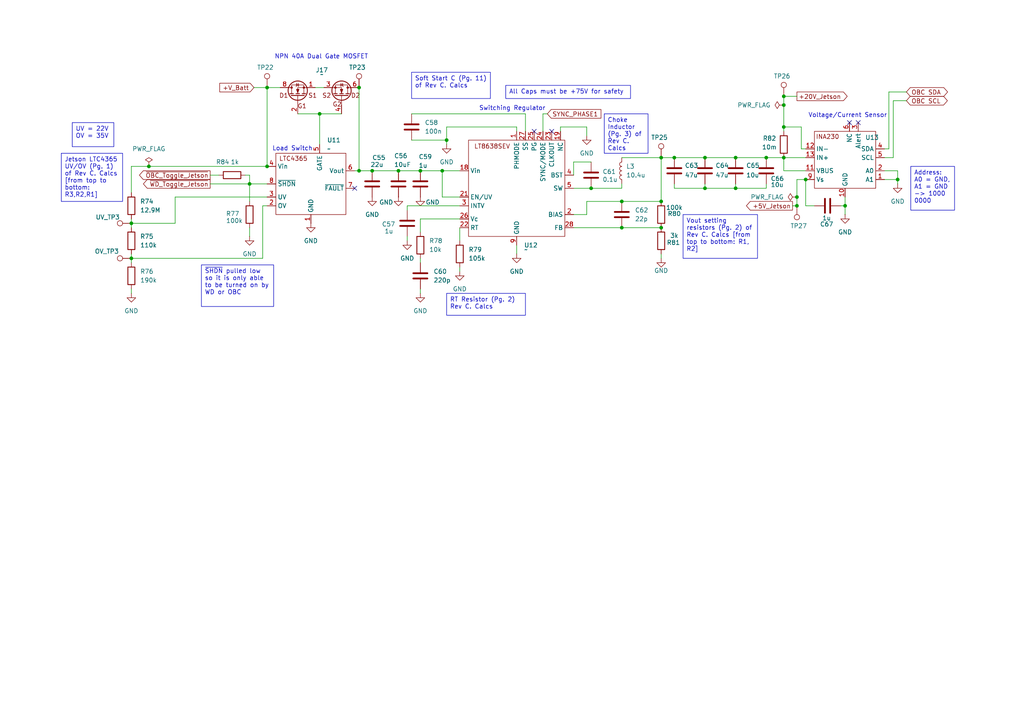
<source format=kicad_sch>
(kicad_sch (version 20250114) (generator "eeschema") (generator_version "9.0")
  (paper "A4")
  (lib_symbols
    (symbol "Connector:TestPoint" (pin_numbers (hide yes)) (pin_names (offset 0.762) (hide yes))
      (property "Reference" "TP" (at 0 6.858 0))
      (property "Value" "TestPoint" (at 0 5.08 0))
      (symbol "TestPoint_0_1"
        (circle (center 0 3.302) (radius 0.762))
      )
      (symbol "TestPoint_1_1"
        (pin passive line (at 0 0 90) (length 2.54) (name "1") (number "1"))
      )
    )
    (symbol "Device:C" (pin_numbers (hide yes)) (pin_names (offset 0.254))
      (property "Reference" "C" (at 0.635 2.54 0))
      (property "Value" "C" (at 0.635 -2.54 0))
      (symbol "C_0_1"
        (polyline (pts (xy -2.032 0.762) (xy 2.032 0.762)) (stroke (width 0.508)))
        (polyline (pts (xy -2.032 -0.762) (xy 2.032 -0.762)) (stroke (width 0.508)))
      )
      (symbol "C_1_1"
        (pin passive line (at 0 3.81 270) (length 2.794) (name "~") (number "1"))
        (pin passive line (at 0 -3.81 90) (length 2.794) (name "~") (number "2"))
      )
    )
    (symbol "Device:L" (pin_numbers (hide yes)) (pin_names (offset 1.016) (hide yes))
      (property "Reference" "L" (at -1.27 0 90))
      (property "Value" "L" (at 1.905 0 90))
      (symbol "L_0_1"
        (arc (start 0 2.54) (mid 0.6323 1.905) (end 0 1.27))
        (arc (start 0 1.27) (mid 0.6323 0.635) (end 0 0))
        (arc (start 0 0) (mid 0.6323 -0.635) (end 0 -1.27))
        (arc (start 0 -1.27) (mid 0.6323 -1.905) (end 0 -2.54))
      )
      (symbol "L_1_1"
        (pin passive line (at 0 3.81 270) (length 1.27) (name "1") (number "1"))
        (pin passive line (at 0 -3.81 90) (length 1.27) (name "2") (number "2"))
      )
    )
    (symbol "Device:R" (pin_numbers (hide yes)) (pin_names (offset 0))
      (property "Reference" "R" (at 2.032 0 90))
      (property "Value" "R" (at 0 0 90))
      (symbol "R_0_1"
        (rectangle (start -1.016 -2.54) (end 1.016 2.54) (stroke (width 0.254)))
      )
      (symbol "R_1_1"
        (pin passive line (at 0 3.81 270) (length 1.27) (name "~") (number "1"))
        (pin passive line (at 0 -3.81 90) (length 1.27) (name "~") (number "2"))
      )
    )
    (symbol "INA230:INA230 [RGT PACKAGE]"
      (property "Reference" "U" (at 7.62 7.62 0))
      (property "Value" "INA230" (at 0 0 0))
      (symbol "INA230 [RGT PACKAGE]_0_1"
        (rectangle (start -8.89 8.89) (end 8.89 -7.62))
      )
      (symbol "INA230 [RGT PACKAGE]_1_1"
        (text "INA230" (at -5.08 7.366 0) (effects (font (size 1.27 1.27))))
        (pin input line (at -11.43 3.81 0) (length 2.54) (name "IN-") (number "12"))
        (pin input line (at -11.43 1.27 0) (length 2.54) (name "IN+") (number "13"))
        (pin input line (at -11.43 -2.54 0) (length 2.54) (name "VBUS") (number "11"))
        (pin power_in line (at -11.43 -5.08 0) (length 2.54) (name "Vs") (number "9"))
        (pin power_in line (at 0 -10.16 90) (length 2.54) (name "GND") (number "10"))
        (pin passive line (at 1.27 11.43 270) (length 2.54) (name "NC") (number "6"))
        (pin output line (at 3.81 11.43 270) (length 2.54) (name "Alert") (number "3"))
        (pin bidirectional line (at 11.43 3.81 180) (length 2.54) (name "SDA") (number "4"))
        (pin bidirectional line (at 11.43 1.27 180) (length 2.54) (name "SCL") (number "5"))
        (pin input line (at 11.43 -2.54 180) (length 2.54) (name "A0") (number "2"))
        (pin input line (at 11.43 -5.08 180) (length 2.54) (name "A1") (number "1"))
      )
    )
    (symbol "LT8638SEV#PBF:LT863SEV#PBF"
      (property "Reference" "U" (at 12.954 -2.286 0))
      (symbol "LT863SEV#PBF_0_1"
        (rectangle (start -13.97 15.24) (end 13.97 -12.7))
      )
      (symbol "LT863SEV#PBF_1_1"
        (text "LT8638SEV\n" (at -7.112 13.462 0) (effects (font (size 1.27 1.27))))
        (pin power_in line (at -16.51 6.35 0) (length 2.54) (name "Vin") (number "18"))
        (pin input line (at -16.51 -1.27 0) (length 2.54) (name "EN/UV") (number "21"))
        (pin input line (at -16.51 -3.81 0) (length 2.54) (name "INTV") (number "3"))
        (pin input line (at -16.51 -7.62 0) (length 2.54) (name "Vc") (number "26"))
        (pin passive line (at -16.51 -10.16 0) (length 2.54) (name "RT") (number "22"))
        (pin passive line (at 0 17.78 270) (length 2.54) (name "PHMODE") (number "1"))
        (pin power_in line (at 0 -15.24 90) (length 2.54) (name "GND") (number "9"))
        (pin passive line (at 2.54 17.78 270) (length 2.54) (name "SS") (number "27"))
        (pin passive line (at 5.08 17.78 270) (length 2.54) (name "PG") (number "25"))
        (pin passive line (at 7.62 17.78 270) (length 2.54) (name "SYNC/MODE") (number "24"))
        (pin passive line (at 10.16 17.78 270) (length 2.54) (name "CLKOUT") (number "23"))
        (pin passive line (at 12.7 17.78 270) (length 2.54) (name "NC") (number "19"))
        (pin power_out line (at 16.51 5.08 180) (length 2.54) (name "BST") (number "4"))
        (pin power_out line (at 16.51 1.27 180) (length 2.54) (name "SW") (number "5"))
        (pin power_out line (at 16.51 -6.35 180) (length 2.54) (name "BIAS") (number "2"))
        (pin power_out line (at 16.51 -10.16 180) (length 2.54) (name "FB") (number "28"))
      )
    )
    (symbol "LTC4365:LTC4365"
      (property "Reference" "U" (at 7.874 -7.874 0))
      (symbol "LTC4365_0_1"
        (rectangle (start -11.43 8.89) (end 8.89 -8.89))
      )
      (symbol "LTC4365_1_1"
        (text "LTC4365\n" (at -6.35 7.366 0) (effects (font (size 1.27 1.27))))
        (pin power_in line (at -13.97 5.08 0) (length 2.54) (name "Vin") (number "4"))
        (pin passive line (at -13.97 0 0) (length 2.54) (name "~{SHDN}") (number "8"))
        (pin input line (at -13.97 -3.81 0) (length 2.54) (name "UV") (number "3"))
        (pin input line (at -13.97 -6.35 0) (length 2.54) (name "OV") (number "2"))
        (pin power_in line (at -1.27 -11.43 90) (length 2.54) (name "GND") (number "1"))
        (pin output line (at 1.27 11.43 270) (length 2.54) (name "GATE") (number "5"))
        (pin power_out line (at 11.43 3.81 180) (length 2.54) (name "Vout") (number "6"))
        (pin output line (at 11.43 -1.27 180) (length 2.54) (name "~{FAULT}") (number "7"))
      )
    )
    (symbol "SISB46DN:SISB46DN"
      (symbol "SISB46DN_0_1"
        (polyline (pts (xy -8.89 1.27) (xy -8.128 1.27)))
        (polyline (pts (xy -8.636 -0.508) (xy -7.62 -0.508)) (stroke (width 0.254)))
        (polyline (pts (xy -8.255 -1.016) (xy -4.445 -1.016)) (stroke (width 0.254)))
        (circle (center -8.128 1.27) (radius 0.254) (fill (type outline)))
        (polyline (pts (xy -6.858 1.524) (xy -6.731 1.651) (xy -6.731 2.413) (xy -6.604 2.54)))
        (polyline (pts (xy -6.858 -0.508) (xy -5.842 -0.508)) (stroke (width 0.254)))
        (polyline (pts (xy -6.731 2.032) (xy -6.096 1.651) (xy -6.096 2.413) (xy -6.731 2.032)))
        (circle (center -6.35 0.381) (radius 2.794) (stroke (width 0.254)))
        (polyline (pts (xy -6.35 -0.254) (xy -6.731 0.762) (xy -5.969 0.762) (xy -6.35 -0.254)) (fill (type outline)))
        (polyline (pts (xy -6.35 -1.016) (xy -6.35 -3.81)))
        (polyline (pts (xy -5.08 -0.508) (xy -4.064 -0.508)) (stroke (width 0.254)))
        (circle (center -4.572 1.27) (radius 0.254) (fill (type outline)))
        (polyline (pts (xy -4.572 -0.508) (xy -4.572 2.032) (xy -8.128 2.032) (xy -8.128 -0.508)))
        (polyline (pts (xy -3.81 1.27) (xy -6.35 1.27) (xy -6.35 -0.508)))
        (polyline (pts (xy 3.81 1.27) (xy 6.35 1.27) (xy 6.35 -0.508)))
        (circle (center 4.572 1.27) (radius 0.254) (fill (type outline)))
        (polyline (pts (xy 4.572 -0.508) (xy 4.572 2.032) (xy 8.128 2.032) (xy 8.128 -0.508)))
        (polyline (pts (xy 5.08 -0.508) (xy 4.064 -0.508)) (stroke (width 0.254)))
        (circle (center 6.35 0.381) (radius 2.794) (stroke (width 0.254)))
        (polyline (pts (xy 6.35 -0.254) (xy 6.731 0.762) (xy 5.969 0.762) (xy 6.35 -0.254)) (fill (type outline)))
        (polyline (pts (xy 6.35 -1.016) (xy 6.35 -3.81)))
        (polyline (pts (xy 6.731 2.032) (xy 6.096 1.651) (xy 6.096 2.413) (xy 6.731 2.032)))
        (polyline (pts (xy 6.858 1.524) (xy 6.731 1.651) (xy 6.731 2.413) (xy 6.604 2.54)))
        (polyline (pts (xy 6.858 -0.508) (xy 5.842 -0.508)) (stroke (width 0.254)))
        (circle (center 8.128 1.27) (radius 0.254) (fill (type outline)))
        (polyline (pts (xy 8.255 -1.016) (xy 4.445 -1.016)) (stroke (width 0.254)))
        (polyline (pts (xy 8.636 -0.508) (xy 7.62 -0.508)) (stroke (width 0.254)))
        (polyline (pts (xy 8.89 1.27) (xy 8.128 1.27)))
      )
      (symbol "SISB46DN_1_1"
        (text "D1" (at -10.414 -1.016 0) (effects (font (size 1.27 1.27))))
        (text "G1" (at -5.08 -4.064 0) (effects (font (size 1.27 1.27))))
        (text "S1" (at -2.032 -1.016 0) (effects (font (size 1.27 1.27))))
        (text "S2" (at 2.032 -1.016 0) (effects (font (size 1.27 1.27))))
        (text "G2" (at 5.08 -3.556 0) (effects (font (size 1.27 1.27))))
        (text "D2" (at 10.414 -1.016 0) (effects (font (size 1.27 1.27))))
        (pin passive line (at -11.43 1.27 0) (length 2.54) (hide yes) (name "") (number "7"))
        (pin power_in line (at -11.43 1.27 0) (length 2.54) (name "") (number "8"))
        (pin input line (at -6.35 -6.35 90) (length 2.54) (name "") (number "2"))
        (pin passive line (at -1.27 1.27 180) (length 2.54) (name "") (number "1"))
        (pin passive line (at 1.27 1.27 0) (length 2.54) (name "") (number "3"))
        (pin input line (at 6.35 -6.35 90) (length 2.54) (name "") (number "4"))
        (pin passive line (at 11.43 1.27 180) (length 2.54) (hide yes) (name "") (number "5"))
        (pin power_out line (at 11.43 1.27 180) (length 2.54) (name "") (number "6"))
      )
    )
    (symbol "power:GND" (power) (pin_numbers (hide yes)) (pin_names (offset 0) (hide yes))
      (property "Value" "GND" (at 0 -3.81 0))
      (symbol "GND_0_1"
        (polyline (pts (xy 0 0) (xy 0 -1.27) (xy 1.27 -1.27) (xy 0 -2.54) (xy -1.27 -1.27) (xy 0 -1.27)))
      )
      (symbol "GND_1_1"
        (pin power_in line (at 0 0 270) (length 0) (name "~") (number "1"))
      )
    )
    (symbol "power:PWR_FLAG" (power) (pin_numbers (hide yes)) (pin_names (offset 0) (hide yes))
      (property "Value" "PWR_FLAG" (at 0 3.81 0))
      (symbol "PWR_FLAG_0_0"
        (pin power_out line (at 0 0 90) (length 0) (name "~") (number "1"))
      )
      (symbol "PWR_FLAG_0_1"
        (polyline (pts (xy 0 0) (xy 0 1.27) (xy -1.016 1.905) (xy 0 2.54) (xy 1.016 1.905) (xy 0 1.27)))
      )
    )
  )
  (text "Voltage/Current Sensor" (at 245.872 33.528 0) (effects (font (size 1.27 1.27))))
  (text "Load Switch" (at 84.836 43.18 0) (effects (font (size 1.27 1.27))))
  (text "Switching Regulator" (at 148.59 31.496 0) (effects (font (size 1.27 1.27))))
  (text "NPN 40A Dual Gate MOSFET" (at 93.218 16.51 0) (effects (font (size 1.27 1.27))))
  (text_box "RT Resistor (Pg. 2) Rev C. Calcs" (at 129.54 85.09 0) (size 22.86 6.35) (margins 0.9525 0.9525 0.9525 0.9525) (effects (font (size 1.27 1.27)) (justify left top)))
  (text_box "Jetson LTC4365 UV/OV (Pg. 1) of Rev C. Calcs [from top to bottom: R3,R2,R1]" (at 17.78 44.45 0) (size 17.78 13.97) (margins 0.9525 0.9525 0.9525 0.9525) (effects (font (size 1.27 1.27)) (justify left top)))
  (text_box "All Caps must be +75V for safety" (at 146.685 24.765 0) (size 36.195 3.81) (margins 0.9525 0.9525 0.9525 0.9525) (effects (font (size 1.27 1.27)) (justify left top)))
  (text_box "UV = 22V\nOV = 35V" (at 20.955 35.56 0) (size 12.065 6.985) (margins 0.9525 0.9525 0.9525 0.9525) (effects (font (size 1.27 1.27)) (justify left top)))
  (text_box "Vout setting resistors (Pg. 2) of Rev C. Calcs [from top to bottom: R1, R2]" (at 198.12 62.23 0) (size 21.59 12.7) (margins 0.9525 0.9525 0.9525 0.9525) (effects (font (size 1.27 1.27)) (justify left top)))
  (text_box "~{SHDN} pulled low so it is only able to be turned on by WD or OBC" (at 58.42 76.835 0) (size 20.955 12.065) (margins 0.9525 0.9525 0.9525 0.9525) (effects (font (size 1.27 1.27)) (justify left top)))
  (text_box "Choke Inductor (Pg. 3) of Rev C. Calcs" (at 175.26 33.02 0) (size 12.7 11.43) (margins 0.9525 0.9525 0.9525 0.9525) (effects (font (size 1.27 1.27)) (justify left top)))
  (text_box "Address: A0 = GND, A1 = GND -> 1000 0000" (at 264.16 48.26 0) (size 12.7 12.7) (margins 0.9525 0.9525 0.9525 0.9525) (effects (font (size 1.27 1.27)) (justify left top)))
  (text_box "Soft Start C (Pg. 11) of Rev C. Calcs" (at 119.38 20.955 0) (size 22.86 7.62) (margins 0.9525 0.9525 0.9525 0.9525) (effects (font (size 1.27 1.27)) (justify left top)))
  (junction (at 104.14 49.53))
  (junction (at 195.58 45.72))
  (junction (at 227.33 30.48))
  (junction (at 129.54 40.64))
  (junction (at 233.68 52.07))
  (junction (at 72.39 53.34))
  (junction (at 227.33 45.72))
  (junction (at 231.14 57.15))
  (junction (at 231.14 59.69))
  (junction (at 38.1 74.93))
  (junction (at 213.36 54.61))
  (junction (at 204.47 54.61))
  (junction (at 204.47 45.72))
  (junction (at 77.47 25.4))
  (junction (at 128.27 49.53))
  (junction (at 191.77 45.72))
  (junction (at 115.57 49.53))
  (junction (at 245.11 59.69))
  (junction (at 227.33 36.83))
  (junction (at 77.47 48.26))
  (junction (at 171.45 54.61))
  (junction (at 180.34 66.04))
  (junction (at 104.14 25.4))
  (junction (at 92.71 33.02))
  (junction (at 38.1 64.77))
  (junction (at 222.25 45.72))
  (junction (at 260.35 52.07))
  (junction (at 227.33 27.94))
  (junction (at 191.77 58.42))
  (junction (at 107.95 49.53))
  (junction (at 213.36 45.72))
  (junction (at 121.92 49.53))
  (junction (at 191.77 66.04))
  (junction (at 43.18 48.26))
  (junction (at 180.34 58.42))
  (no_connect (at 154.94 38.1))
  (no_connect (at 102.87 54.61))
  (no_connect (at 160.02 38.1))
  (no_connect (at 246.38 35.56))
  (no_connect (at 248.92 35.56))
  (wire (pts (xy 229.87 59.69) (xy 231.14 59.69)))
  (wire (pts (xy 260.35 49.53) (xy 260.35 52.07)))
  (wire (pts (xy 166.37 46.99) (xy 171.45 46.99)))
  (wire (pts (xy 118.11 59.69) (xy 118.11 60.96)))
  (wire (pts (xy 43.18 48.26) (xy 77.47 48.26)))
  (wire (pts (xy 129.54 41.91) (xy 129.54 40.64)))
  (wire (pts (xy 104.14 49.53) (xy 107.95 49.53)))
  (wire (pts (xy 158.75 33.02) (xy 157.48 33.02)))
  (wire (pts (xy 102.87 49.53) (xy 104.14 49.53)))
  (wire (pts (xy 191.77 74.93) (xy 191.77 73.66)))
  (wire (pts (xy 38.1 73.66) (xy 38.1 74.93)))
  (wire (pts (xy 257.81 26.67) (xy 262.89 26.67)))
  (wire (pts (xy 38.1 64.77) (xy 38.1 66.04)))
  (wire (pts (xy 227.33 36.83) (xy 227.33 30.48)))
  (wire (pts (xy 166.37 62.23) (xy 170.18 62.23)))
  (wire (pts (xy 77.47 25.4) (xy 81.28 25.4)))
  (wire (pts (xy 38.1 63.5) (xy 38.1 64.77)))
  (wire (pts (xy 107.95 49.53) (xy 115.57 49.53)))
  (wire (pts (xy 119.38 40.64) (xy 129.54 40.64)))
  (wire (pts (xy 76.2 59.69) (xy 77.47 59.69)))
  (wire (pts (xy 256.54 52.07) (xy 260.35 52.07)))
  (wire (pts (xy 213.36 53.34) (xy 213.36 54.61)))
  (wire (pts (xy 195.58 53.34) (xy 195.58 54.61)))
  (wire (pts (xy 60.96 50.8) (xy 63.5 50.8)))
  (wire (pts (xy 259.08 29.21) (xy 262.89 29.21)))
  (wire (pts (xy 233.68 59.69) (xy 236.22 59.69)))
  (wire (pts (xy 133.35 66.04) (xy 133.35 69.85)))
  (wire (pts (xy 128.27 57.15) (xy 128.27 49.53)))
  (wire (pts (xy 50.8 57.15) (xy 77.47 57.15)))
  (wire (pts (xy 91.44 25.4) (xy 93.98 25.4)))
  (wire (pts (xy 257.81 43.18) (xy 257.81 26.67)))
  (wire (pts (xy 191.77 45.72) (xy 195.58 45.72)))
  (wire (pts (xy 92.71 33.02) (xy 99.06 33.02)))
  (wire (pts (xy 149.86 36.83) (xy 129.54 36.83)))
  (wire (pts (xy 72.39 53.34) (xy 72.39 58.42)))
  (wire (pts (xy 232.41 43.18) (xy 233.68 43.18)))
  (wire (pts (xy 38.1 74.93) (xy 38.1 76.2)))
  (wire (pts (xy 50.8 57.15) (xy 50.8 64.77)))
  (wire (pts (xy 118.11 68.58) (xy 118.11 69.85)))
  (wire (pts (xy 227.33 49.53) (xy 233.68 49.53)))
  (wire (pts (xy 227.33 36.83) (xy 227.33 38.1)))
  (wire (pts (xy 166.37 66.04) (xy 180.34 66.04)))
  (wire (pts (xy 170.18 58.42) (xy 170.18 62.23)))
  (wire (pts (xy 191.77 45.72) (xy 180.34 45.72)))
  (wire (pts (xy 233.68 52.07) (xy 233.68 59.69)))
  (wire (pts (xy 256.54 49.53) (xy 260.35 49.53)))
  (wire (pts (xy 121.92 83.82) (xy 121.92 85.09)))
  (wire (pts (xy 133.35 77.47) (xy 133.35 78.74)))
  (wire (pts (xy 72.39 66.04) (xy 72.39 68.58)))
  (wire (pts (xy 170.18 58.42) (xy 180.34 58.42)))
  (wire (pts (xy 157.48 33.02) (xy 157.48 38.1)))
  (wire (pts (xy 231.14 52.07) (xy 231.14 57.15)))
  (wire (pts (xy 128.27 49.53) (xy 133.35 49.53)))
  (wire (pts (xy 213.36 45.72) (xy 222.25 45.72)))
  (wire (pts (xy 180.34 54.61) (xy 180.34 53.34)))
  (wire (pts (xy 180.34 66.04) (xy 191.77 66.04)))
  (wire (pts (xy 92.71 33.02) (xy 92.71 41.91)))
  (wire (pts (xy 152.4 38.1) (xy 152.4 33.02)))
  (wire (pts (xy 222.25 54.61) (xy 222.25 53.34)))
  (wire (pts (xy 227.33 30.48) (xy 227.33 27.94)))
  (wire (pts (xy 204.47 53.34) (xy 204.47 54.61)))
  (wire (pts (xy 231.14 59.69) (xy 231.14 57.15)))
  (wire (pts (xy 149.86 71.12) (xy 149.86 73.66)))
  (wire (pts (xy 243.84 59.69) (xy 245.11 59.69)))
  (wire (pts (xy 231.14 52.07) (xy 233.68 52.07)))
  (wire (pts (xy 260.35 52.07) (xy 260.35 53.34)))
  (wire (pts (xy 166.37 54.61) (xy 171.45 54.61)))
  (wire (pts (xy 256.54 45.72) (xy 259.08 45.72)))
  (wire (pts (xy 72.39 53.34) (xy 77.47 53.34)))
  (wire (pts (xy 180.34 58.42) (xy 191.77 58.42)))
  (wire (pts (xy 104.14 25.4) (xy 104.14 49.53)))
  (wire (pts (xy 259.08 45.72) (xy 259.08 29.21)))
  (wire (pts (xy 227.33 45.72) (xy 233.68 45.72)))
  (wire (pts (xy 245.11 62.23) (xy 245.11 59.69)))
  (wire (pts (xy 213.36 54.61) (xy 222.25 54.61)))
  (wire (pts (xy 204.47 45.72) (xy 213.36 45.72)))
  (wire (pts (xy 72.39 50.8) (xy 72.39 53.34)))
  (wire (pts (xy 195.58 54.61) (xy 204.47 54.61)))
  (wire (pts (xy 38.1 83.82) (xy 38.1 85.09)))
  (wire (pts (xy 115.57 49.53) (xy 121.92 49.53)))
  (wire (pts (xy 227.33 27.94) (xy 231.14 27.94)))
  (wire (pts (xy 133.35 63.5) (xy 121.92 63.5)))
  (wire (pts (xy 121.92 74.93) (xy 121.92 76.2)))
  (wire (pts (xy 77.47 25.4) (xy 77.47 48.26)))
  (wire (pts (xy 38.1 74.93) (xy 76.2 74.93)))
  (wire (pts (xy 204.47 54.61) (xy 213.36 54.61)))
  (wire (pts (xy 166.37 50.8) (xy 166.37 46.99)))
  (wire (pts (xy 76.2 74.93) (xy 76.2 59.69)))
  (wire (pts (xy 191.77 45.72) (xy 191.77 58.42)))
  (wire (pts (xy 162.56 36.83) (xy 170.18 36.83)))
  (wire (pts (xy 73.66 25.4) (xy 77.47 25.4)))
  (wire (pts (xy 170.18 36.83) (xy 170.18 39.37)))
  (wire (pts (xy 118.11 59.69) (xy 133.35 59.69)))
  (wire (pts (xy 232.41 36.83) (xy 232.41 43.18)))
  (wire (pts (xy 38.1 64.77) (xy 50.8 64.77)))
  (wire (pts (xy 121.92 49.53) (xy 128.27 49.53)))
  (wire (pts (xy 227.33 45.72) (xy 227.33 49.53)))
  (wire (pts (xy 71.12 50.8) (xy 72.39 50.8)))
  (wire (pts (xy 152.4 33.02) (xy 119.38 33.02)))
  (wire (pts (xy 171.45 54.61) (xy 180.34 54.61)))
  (wire (pts (xy 149.86 36.83) (xy 149.86 38.1)))
  (wire (pts (xy 121.92 63.5) (xy 121.92 67.31)))
  (wire (pts (xy 38.1 48.26) (xy 38.1 55.88)))
  (wire (pts (xy 60.96 53.34) (xy 72.39 53.34)))
  (wire (pts (xy 162.56 38.1) (xy 162.56 36.83)))
  (wire (pts (xy 222.25 45.72) (xy 227.33 45.72)))
  (wire (pts (xy 129.54 36.83) (xy 129.54 40.64)))
  (wire (pts (xy 38.1 48.26) (xy 43.18 48.26)))
  (wire (pts (xy 86.36 33.02) (xy 92.71 33.02)))
  (wire (pts (xy 133.35 57.15) (xy 128.27 57.15)))
  (wire (pts (xy 195.58 45.72) (xy 204.47 45.72)))
  (wire (pts (xy 245.11 59.69) (xy 245.11 57.15)))
  (wire (pts (xy 256.54 43.18) (xy 257.81 43.18)))
  (wire (pts (xy 227.33 36.83) (xy 232.41 36.83)))
  (global_label "OBC SDA" (shape bidirectional) (at 262.89 26.67 0) (property "Intersheetrefs" "${INTERSHEET_REFS}" (effects (hide yes))))
  (global_label "OBC SCL" (shape bidirectional) (at 262.89 29.21 0) (property "Intersheetrefs" "${INTERSHEET_REFS}" (effects (hide yes))))
  (global_label "SYNC_PHASE1" (shape input) (at 158.75 33.02 0) (property "Intersheetrefs" "${INTERSHEET_REFS}" (effects (hide yes))))
  (global_label "+5V_Jetson" (shape output) (at 229.87 59.69 180) (property "Intersheetrefs" "${INTERSHEET_REFS}" (effects (hide yes))))
  (global_label "+20V_Jetson" (shape output) (at 231.14 27.94 0) (property "Intersheetrefs" "${INTERSHEET_REFS}" (effects (hide yes))))
  (global_label "+V_Batt" (shape input) (at 73.66 25.4 180) (property "Intersheetrefs" "${INTERSHEET_REFS}" (effects (hide yes))))
  (global_label "~{OBC_Toggle_Jetson}" (shape output) (at 60.96 50.8 180) (property "Intersheetrefs" "${INTERSHEET_REFS}" (effects (hide yes))))
  (global_label "~{WD_Toggle_Jetson}" (shape output) (at 60.96 53.34 180) (property "Intersheetrefs" "${INTERSHEET_REFS}" (effects (hide yes))))
  (symbol (lib_id "power:GND") (at 133.35 78.74 0) (unit 1)
    (property "Reference" "#PWR080" (effects (hide yes)))
    (property "Value" "GND" (at 133.35 83.82 0))
    (property "Description" "Power symbol creates a global label with name \"GND\" , ground" (effects (hide yes)))
  )
  (symbol (lib_id "Device:R") (at 38.1 80.01 0) (unit 1)
    (property "Reference" "R76" (at 40.64 78.7399 0) (effects (justify left)))
    (property "Value" "190k" (at 40.64 81.2799 0) (effects (justify left)))
    (property "Footprint" "Resistor_SMD:R_0603_1608Metric" (effects (hide yes)))
    (property "Description" "Resistor" (effects (hide yes)))
  )
  (symbol (lib_id "Device:L") (at 180.34 49.53 180) (unit 1)
    (property "Reference" "L3" (at 181.61 48.2599 0) (effects (justify right)))
    (property "Value" "10.4u" (at 181.61 50.7999 0) (effects (justify right)))
    (property "Footprint" "RevC Footprints:XEL6030102MEC" (effects (hide yes)))
    (property "Datasheet" "https://www.coilcraft.com/en-us/products/power/shielded-inductors/molded-inductor/xel/xel6030/?srsltid=AfmBOoqxe6hS-AVIr3woqGFRZjt3QaXyQi86MwGE0zvqKz2AENsjz4RA" (effects (hide yes)))
    (property "Description" "Coilcraft XEL6030-102 Power Inductor" (effects (hide yes)))
  )
  (symbol (lib_id "power:GND") (at 107.95 57.15 0) (unit 1)
    (property "Reference" "#PWR074" (effects (hide yes)))
    (property "Value" "GND" (at 107.95 62.23 0))
    (property "Description" "Power symbol creates a global label with name \"GND\" , ground" (effects (hide yes)))
  )
  (symbol (lib_id "Device:R") (at 72.39 62.23 0) (unit 1)
    (property "Reference" "R77" (at 65.532 61.976 0) (effects (justify left)))
    (property "Value" "100k" (at 65.532 64.008 0) (effects (justify left)))
    (property "Footprint" "Resistor_SMD:R_0603_1608Metric" (effects (hide yes)))
    (property "Description" "Resistor" (effects (hide yes)))
  )
  (symbol (lib_id "power:GND") (at 121.92 57.15 0) (unit 1)
    (property "Reference" "#PWR077" (effects (hide yes)))
    (property "Value" "GND" (at 125.476 58.674 0))
    (property "Description" "Power symbol creates a global label with name \"GND\" , ground" (effects (hide yes)))
  )
  (symbol (lib_id "INA230:INA230 [RGT PACKAGE]") (at 245.11 46.99 0) (unit 1)
    (property "Reference" "U13" (at 250.952 39.878 0) (effects (justify left)))
    (property "Value" "INA230" (effects (hide yes)))
    (property "Footprint" "RevC Footprints:INA230AIRGTT" (effects (hide yes)))
    (property "Datasheet" "https://www.ti.com/lit/ds/symlink/ina230.pdf?ts=1739195723292" (effects (hide yes)))
    (property "Description" "INA230 36V, 16-Bit, I2C Output Current, Voltage and Power Monitor With Alert" (effects (hide yes)))
  )
  (symbol (lib_id "Device:C") (at 204.47 49.53 0) (unit 1)
    (property "Reference" "C64" (at 207.518 48.006 0) (effects (justify left)))
    (property "Value" "47u" (at 207.518 50.8 0) (effects (justify left)))
    (property "Footprint" "Capacitor_SMD:C_1210_3225Metric" (effects (hide yes)))
    (property "Description" "Unpolarized capacitor" (effects (hide yes)))
  )
  (symbol (lib_id "Device:R") (at 38.1 59.69 0) (unit 1)
    (property "Reference" "R74" (at 40.64 58.4199 0) (effects (justify left)))
    (property "Value" "12.9M" (at 40.64 60.9599 0) (effects (justify left)))
    (property "Footprint" "Resistor_SMD:R_0603_1608Metric" (effects (hide yes)))
    (property "Description" "Resistor" (effects (hide yes)))
  )
  (symbol (lib_id "Device:C") (at 195.58 49.53 0) (unit 1)
    (property "Reference" "C63" (at 198.628 48.006 0) (effects (justify left)))
    (property "Value" "47u" (at 198.628 50.8 0) (effects (justify left)))
    (property "Footprint" "Capacitor_SMD:C_1210_3225Metric" (effects (hide yes)))
    (property "Description" "Unpolarized capacitor" (effects (hide yes)))
  )
  (symbol (lib_id "Device:R") (at 133.35 73.66 0) (unit 1)
    (property "Reference" "R79" (at 135.89 72.3899 0) (effects (justify left)))
    (property "Value" "105k" (at 135.89 74.9299 0) (effects (justify left)))
    (property "Footprint" "Resistor_SMD:R_0603_1608Metric" (effects (hide yes)))
    (property "Description" "Resistor" (effects (hide yes)))
  )
  (symbol (lib_id "Device:C") (at 240.03 59.69 270) (unit 1)
    (property "Reference" "C67" (at 239.776 65.024 90))
    (property "Value" "1u" (at 239.776 63.246 90))
    (property "Footprint" "Capacitor_SMD:C_1210_3225Metric" (effects (hide yes)))
    (property "Description" "Unpolarized capacitor" (effects (hide yes)))
  )
  (symbol (lib_id "power:GND") (at 38.1 85.09 0) (unit 1)
    (property "Reference" "#PWR071" (effects (hide yes)))
    (property "Value" "GND" (at 38.1 90.17 0))
    (property "Description" "Power symbol creates a global label with name \"GND\" , ground" (effects (hide yes)))
  )
  (symbol (lib_id "power:GND") (at 72.39 68.58 0) (unit 1)
    (property "Reference" "#PWR072" (effects (hide yes)))
    (property "Value" "GND" (at 72.39 73.66 0))
    (property "Description" "Power symbol creates a global label with name \"GND\" , ground" (effects (hide yes)))
  )
  (symbol (lib_id "LT8638SEV#PBF:LT863SEV#PBF") (at 149.86 55.88 0) (unit 1)
    (property "Reference" "U12" (at 152.0033 71.12 0) (effects (justify left)))
    (property "Value" "~" (at 152.0033 72.39 0) (effects (justify left)))
    (property "Footprint" "RevC Footprints:LT8638SEVPBF" (effects (hide yes)))
    (property "Datasheet" "https://www.mouser.com/datasheet/2/609/lt8638s-2301712.pdf" (effects (hide yes)))
    (property "Description" "42V, 10A/12A Peak Synchronous Step-Down Silent Switcher 2" (effects (hide yes)))
  )
  (symbol (lib_id "LTC4365:LTC4365") (at 91.44 53.34 0) (unit 1)
    (property "Reference" "U11" (at 94.8533 40.64 0) (effects (justify left)))
    (property "Value" "~" (at 94.8533 43.18 0) (effects (justify left)))
    (property "Footprint" "RevC Footprints:LTC4365" (effects (hide yes)))
    (property "Datasheet" "https://www.analog.com/media/en/technical-documentation/data-sheets/LTC4365.pdf" (effects (hide yes)))
    (property "Description" "Overvoltage, Undervoltage and Reverse Supply Protection Controller" (effects (hide yes)))
  )
  (symbol (lib_id "power:GND") (at 118.11 69.85 0) (unit 1)
    (property "Reference" "#PWR076" (effects (hide yes)))
    (property "Value" "GND" (at 118.11 74.93 0))
    (property "Description" "Power symbol creates a global label with name \"GND\" , ground" (effects (hide yes)))
  )
  (symbol (lib_id "power:PWR_FLAG") (at 231.14 57.15 90) (unit 1)
    (property "Reference" "#FLG014" (effects (hide yes)))
    (property "Value" "PWR_FLAG" (at 227.33 57.1499 90) (effects (justify left)))
    (property "Description" "Special symbol for telling ERC where power comes from" (effects (hide yes)))
  )
  (symbol (lib_id "Connector:TestPoint") (at 191.77 45.72 0) (unit 1)
    (property "Reference" "TP25" (at 191.262 39.878 0))
    (property "Value" "TestPoint" (effects (hide yes)))
    (property "Footprint" "TestPoint:TestPoint_Pad_1.0x1.0mm" (effects (hide yes)))
    (property "Description" "test point" (effects (hide yes)))
  )
  (symbol (lib_id "Device:C") (at 121.92 53.34 0) (unit 1)
    (property "Reference" "C59" (at 121.412 45.466 0) (effects (justify left)))
    (property "Value" "1u" (at 121.412 48.006 0) (effects (justify left)))
    (property "Footprint" "Capacitor_SMD:C_1210_3225Metric" (effects (hide yes)))
    (property "Description" "Unpolarized capacitor" (effects (hide yes)))
  )
  (symbol (lib_id "Device:R") (at 191.77 69.85 0) (unit 1)
    (property "Reference" "R81" (at 195.326 70.358 0))
    (property "Value" "3k" (at 195.58 68.326 0))
    (property "Footprint" "Resistor_SMD:R_0603_1608Metric" (effects (hide yes)))
    (property "Description" "Resistor" (effects (hide yes)))
  )
  (symbol (lib_id "Device:C") (at 180.34 62.23 0) (unit 1)
    (property "Reference" "C62" (at 184.15 60.9599 0) (effects (justify left)))
    (property "Value" "22p" (at 184.15 63.4999 0) (effects (justify left)))
    (property "Footprint" "Capacitor_SMD:C_1210_3225Metric" (effects (hide yes)))
    (property "Description" "Unpolarized capacitor" (effects (hide yes)))
  )
  (symbol (lib_id "Connector:TestPoint") (at 77.47 25.4 0) (unit 1)
    (property "Reference" "TP22" (at 76.962 19.558 0))
    (property "Value" "TestPoint" (effects (hide yes)))
    (property "Footprint" "TestPoint:TestPoint_Pad_1.0x1.0mm" (effects (hide yes)))
    (property "Description" "test point" (effects (hide yes)))
  )
  (symbol (lib_id "Device:R") (at 191.77 62.23 180) (unit 1)
    (property "Reference" "R80" (at 195.58 61.976 0))
    (property "Value" "100k" (at 195.58 60.198 0))
    (property "Footprint" "Resistor_SMD:R_0603_1608Metric" (effects (hide yes)))
    (property "Description" "Resistor" (effects (hide yes)))
  )
  (symbol (lib_id "Device:C") (at 171.45 50.8 0) (unit 1)
    (property "Reference" "C61" (at 174.752 49.784 0) (effects (justify left)))
    (property "Value" "0.1u" (at 174.752 52.07 0) (effects (justify left)))
    (property "Footprint" "Capacitor_SMD:C_1210_3225Metric" (effects (hide yes)))
    (property "Description" "Unpolarized capacitor" (effects (hide yes)))
  )
  (symbol (lib_id "Connector:TestPoint") (at 104.14 25.4 0) (unit 1)
    (property "Reference" "TP23" (at 103.632 19.558 0))
    (property "Value" "TestPoint" (effects (hide yes)))
    (property "Footprint" "TestPoint:TestPoint_Pad_1.0x1.0mm" (effects (hide yes)))
    (property "Description" "test point" (effects (hide yes)))
  )
  (symbol (lib_id "power:GND") (at 121.92 85.09 0) (unit 1)
    (property "Reference" "#PWR078" (effects (hide yes)))
    (property "Value" "GND" (at 121.92 90.17 0))
    (property "Description" "Power symbol creates a global label with name \"GND\" , ground" (effects (hide yes)))
  )
  (symbol (lib_id "power:GND") (at 149.86 73.66 0) (unit 1)
    (property "Reference" "#PWR081" (effects (hide yes)))
    (property "Value" "GND" (at 149.86 78.74 0))
    (property "Description" "Power symbol creates a global label with name \"GND\" , ground" (effects (hide yes)))
  )
  (symbol (lib_id "power:GND") (at 170.18 39.37 0) (unit 1)
    (property "Reference" "#PWR082" (effects (hide yes)))
    (property "Value" "GND" (at 170.18 44.45 0))
    (property "Description" "Power symbol creates a global label with name \"GND\" , ground" (effects (hide yes)))
  )
  (symbol (lib_id "Connector:TestPoint") (at 38.1 74.93 90) (unit 1)
    (property "Reference" "OV_TP3" (at 30.988 72.898 90))
    (property "Value" "TestPoint" (effects (hide yes)))
    (property "Footprint" "TestPoint:TestPoint_Pad_1.0x1.0mm" (effects (hide yes)))
    (property "Description" "test point" (effects (hide yes)))
  )
  (symbol (lib_id "Device:C") (at 107.95 53.34 0) (unit 1)
    (property "Reference" "C55" (at 107.95 45.72 0) (effects (justify left)))
    (property "Value" "22u" (at 107.442 47.752 0) (effects (justify left)))
    (property "Footprint" "Capacitor_SMD:C_1210_3225Metric" (effects (hide yes)))
    (property "Description" "Unpolarized capacitor" (effects (hide yes)))
  )
  (symbol (lib_id "Device:R") (at 227.33 41.91 0) (unit 1)
    (property "Reference" "R82" (at 221.234 40.132 0) (effects (justify left)))
    (property "Value" "10m" (at 220.98 42.672 0) (effects (justify left)))
    (property "Footprint" "Resistor_SMD:R_0603_1608Metric" (effects (hide yes)))
    (property "Description" "Resistor" (effects (hide yes)))
  )
  (symbol (lib_id "Device:R") (at 38.1 69.85 0) (unit 1)
    (property "Reference" "R75" (at 40.64 68.5799 0) (effects (justify left)))
    (property "Value" "110k" (at 40.64 71.1199 0) (effects (justify left)))
    (property "Footprint" "Resistor_SMD:R_0603_1608Metric" (effects (hide yes)))
    (property "Description" "Resistor" (effects (hide yes)))
  )
  (symbol (lib_id "Device:C") (at 118.11 64.77 0) (unit 1)
    (property "Reference" "C57" (at 110.744 65.024 0) (effects (justify left)))
    (property "Value" "1u" (at 111.506 67.056 0) (effects (justify left)))
    (property "Footprint" "Capacitor_SMD:C_1210_3225Metric" (effects (hide yes)))
    (property "Description" "Unpolarized capacitor" (effects (hide yes)))
  )
  (symbol (lib_id "power:GND") (at 129.54 41.91 0) (unit 1)
    (property "Reference" "#PWR079" (effects (hide yes)))
    (property "Value" "GND" (at 129.54 46.99 0))
    (property "Description" "Power symbol creates a global label with name \"GND\" , ground" (effects (hide yes)))
  )
  (symbol (lib_id "power:GND") (at 115.57 57.15 0) (unit 1)
    (property "Reference" "#PWR075" (effects (hide yes)))
    (property "Value" "GND" (at 112.014 58.674 0))
    (property "Description" "Power symbol creates a global label with name \"GND\" , ground" (effects (hide yes)))
  )
  (symbol (lib_id "Device:C") (at 222.25 49.53 0) (unit 1)
    (property "Reference" "C66" (at 223.52 51.816 0) (effects (justify left)))
    (property "Value" "10u" (at 223.52 53.594 0) (effects (justify left)))
    (property "Footprint" "Capacitor_SMD:C_1210_3225Metric" (effects (hide yes)))
    (property "Description" "Unpolarized capacitor" (effects (hide yes)))
  )
  (symbol (lib_id "Device:R") (at 121.92 71.12 0) (unit 1)
    (property "Reference" "R78" (at 124.46 69.8499 0) (effects (justify left)))
    (property "Value" "10k" (at 124.46 72.3899 0) (effects (justify left)))
    (property "Footprint" "Resistor_SMD:R_0603_1608Metric" (effects (hide yes)))
    (property "Description" "Resistor" (effects (hide yes)))
  )
  (symbol (lib_id "SISB46DN:SISB46DN") (at 92.71 26.67 0) (unit 1)
    (property "Reference" "J17" (at 93.345 20.32 0))
    (property "Value" "~" (at 93.345 21.59 0))
    (property "Footprint" "RevC Footprints:SISB46DN-T1-GE3" (effects (hide yes)))
    (property "Datasheet" "https://www.vishay.com/docs/76655/sisb46dn.pdf" (effects (hide yes)))
    (property "Description" "Dual N-Channel 40V (D-S) MOSFET" (effects (hide yes)))
  )
  (symbol (lib_id "power:GND") (at 260.35 53.34 0) (unit 1)
    (property "Reference" "#PWR085" (effects (hide yes)))
    (property "Value" "GND" (at 260.35 58.42 0))
    (property "Description" "Power symbol creates a global label with name \"GND\" , ground" (effects (hide yes)))
  )
  (symbol (lib_id "power:PWR_FLAG") (at 227.33 30.48 90) (unit 1)
    (property "Reference" "#FLG013" (effects (hide yes)))
    (property "Value" "PWR_FLAG" (at 223.52 30.4799 90) (effects (justify left)))
    (property "Description" "Special symbol for telling ERC where power comes from" (effects (hide yes)))
  )
  (symbol (lib_id "power:GND") (at 191.77 74.93 0) (unit 1)
    (property "Reference" "#PWR083" (effects (hide yes)))
    (property "Value" "GND" (at 191.77 78.486 0))
    (property "Description" "Power symbol creates a global label with name \"GND\" , ground" (effects (hide yes)))
  )
  (symbol (lib_id "power:GND") (at 90.17 64.77 0) (unit 1)
    (property "Reference" "#PWR073" (effects (hide yes)))
    (property "Value" "GND" (at 90.17 69.85 0))
    (property "Description" "Power symbol creates a global label with name \"GND\" , ground" (effects (hide yes)))
  )
  (symbol (lib_id "Device:C") (at 119.38 36.83 0) (unit 1)
    (property "Reference" "C58" (at 123.19 35.5599 0) (effects (justify left)))
    (property "Value" "100n" (at 123.19 38.0999 0) (effects (justify left)))
    (property "Footprint" "Capacitor_SMD:C_1210_3225Metric" (effects (hide yes)))
    (property "Description" "Unpolarized capacitor" (effects (hide yes)))
  )
  (symbol (lib_id "Connector:TestPoint") (at 231.14 59.69 180) (unit 1)
    (property "Reference" "TP27" (at 231.648 65.532 0))
    (property "Value" "TestPoint" (effects (hide yes)))
    (property "Footprint" "TestPoint:TestPoint_Pad_1.0x1.0mm" (effects (hide yes)))
    (property "Description" "test point" (effects (hide yes)))
  )
  (symbol (lib_id "power:GND") (at 245.11 62.23 0) (unit 1)
    (property "Reference" "#PWR084" (effects (hide yes)))
    (property "Value" "GND" (at 245.11 67.31 0))
    (property "Description" "Power symbol creates a global label with name \"GND\" , ground" (effects (hide yes)))
  )
  (symbol (lib_id "Connector:TestPoint") (at 227.33 27.94 0) (unit 1)
    (property "Reference" "TP26" (at 226.822 22.098 0))
    (property "Value" "TestPoint" (effects (hide yes)))
    (property "Footprint" "TestPoint:TestPoint_Pad_1.0x1.0mm" (effects (hide yes)))
    (property "Description" "test point" (effects (hide yes)))
  )
  (symbol (lib_id "Device:C") (at 115.57 53.34 0) (unit 1)
    (property "Reference" "C56" (at 114.3 45.212 0) (effects (justify left)))
    (property "Value" "10uF" (at 114.3 47.752 0) (effects (justify left)))
    (property "Footprint" "Capacitor_SMD:C_1210_3225Metric" (effects (hide yes)))
    (property "Description" "Unpolarized capacitor" (effects (hide yes)))
  )
  (symbol (lib_id "Device:C") (at 213.36 49.53 0) (unit 1)
    (property "Reference" "C65" (at 216.408 48.006 0) (effects (justify left)))
    (property "Value" "10u" (at 216.408 50.8 0) (effects (justify left)))
    (property "Footprint" "Capacitor_SMD:C_1210_3225Metric" (effects (hide yes)))
    (property "Description" "Unpolarized capacitor" (effects (hide yes)))
  )
  (symbol (lib_id "Connector:TestPoint") (at 38.1 64.77 90) (unit 1)
    (property "Reference" "UV_TP3" (at 31.242 62.992 90))
    (property "Value" "TestPoint" (effects (hide yes)))
    (property "Footprint" "TestPoint:TestPoint_Pad_1.0x1.0mm" (effects (hide yes)))
    (property "Description" "test point" (effects (hide yes)))
  )
  (symbol (lib_id "Device:R") (at 67.31 50.8 90) (unit 1)
    (property "Reference" "R84" (at 66.548 46.99 90) (effects (justify left)))
    (property "Value" "1k" (at 69.342 46.99 90) (effects (justify left)))
    (property "Footprint" "Resistor_SMD:R_0603_1608Metric" (effects (hide yes)))
    (property "Description" "Resistor" (effects (hide yes)))
  )
  (symbol (lib_id "Device:C") (at 121.92 80.01 0) (unit 1)
    (property "Reference" "C60" (at 125.73 78.7399 0) (effects (justify left)))
    (property "Value" "220p" (at 125.73 81.2799 0) (effects (justify left)))
    (property "Footprint" "Capacitor_SMD:C_1210_3225Metric" (effects (hide yes)))
    (property "Description" "Unpolarized capacitor" (effects (hide yes)))
  )
  (symbol (lib_id "power:PWR_FLAG") (at 43.18 48.26 0) (unit 1)
    (property "Reference" "#FLG012" (effects (hide yes)))
    (property "Value" "PWR_FLAG" (at 43.18 43.18 0))
    (property "Description" "Special symbol for telling ERC where power comes from" (effects (hide yes)))
  )
)
</source>
